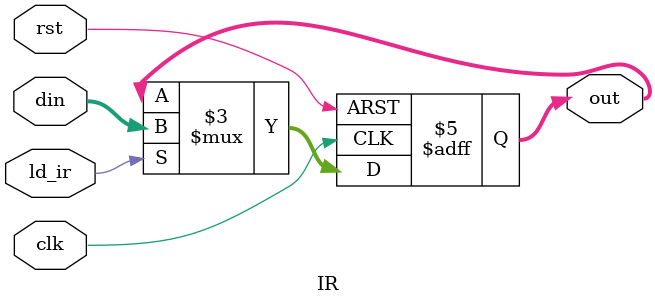
<source format=v>
module IR(input [7:0] din, input clk,ld_ir,rst, output reg [7:0] out);
	always @(posedge clk or negedge rst) begin
		if(!rst)
			out<=0;
		else if (ld_ir)
			out<=din;
	end
endmodule

</source>
